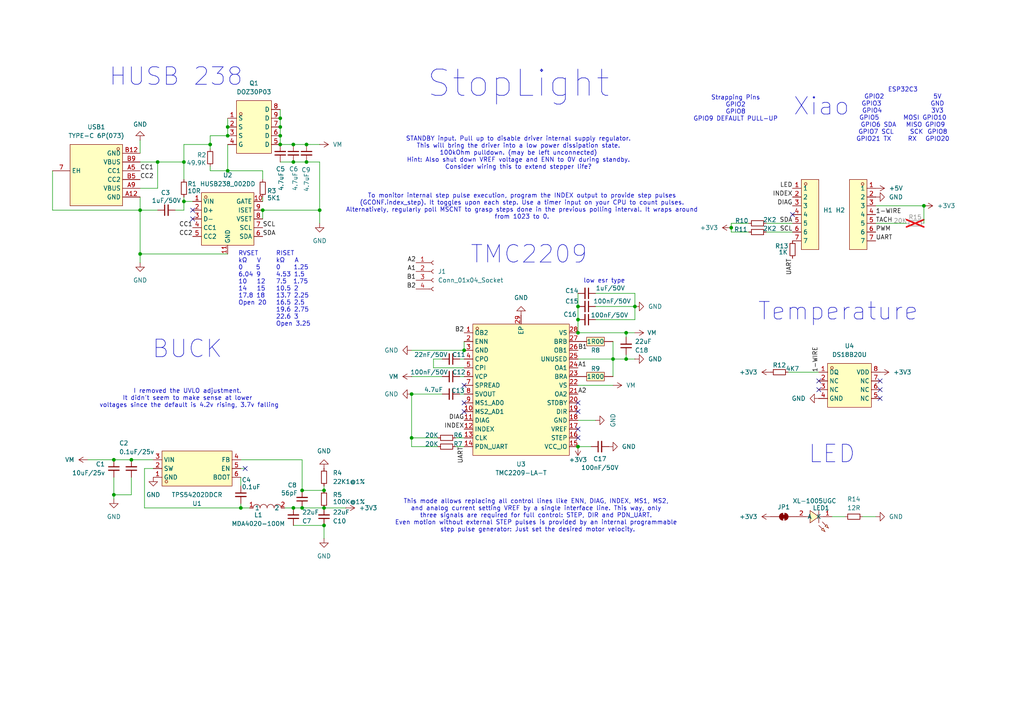
<source format=kicad_sch>
(kicad_sch (version 20231120) (generator "eeschema") (generator_version "8.0")
  (paper "A4")
  (title_block (title "StopLight") (date "2025-03-27") (rev "0.1") (company "Octule"))
  (lib_symbols
    (symbol "CSR0805FK1R00_1" (pin_numbers hide) (pin_names hide)
      (property "Reference" "R" (at 0 5.08 0))
      (property "Value" "CSR0805FK1R00" (at 0 -5.08 0))
      (symbol "CSR0805FK1R00_1_0_1"
        (rectangle (start -2.54 1.27) (end 2.54 -1.27) (fill (type background)))
        (pin unspecified line (at -5.08 0 0) (length 2.54) (name "1") (number "1"))
        (pin unspecified line (at 5.08 0 180) (length 2.54) (name "2") (number "2"))
      )
    )
    (symbol "Connector:Conn_01x04_Socket" (pin_names (offset 1.016) hide)
      (property "Reference" "J" (at 0 5.08 0))
      (property "Value" "Conn_01x04_Socket" (at 0 -7.62 0))
      (symbol "Conn_01x04_Socket_1_1"
        (arc (start 0 -4.572) (mid -0.5058 -5.08) (end 0 -5.588) (stroke (width 0.1524)))
        (arc (start 0 -2.032) (mid -0.5058 -2.54) (end 0 -3.048) (stroke (width 0.1524)))
        (polyline (pts (xy -1.27 -5.08) (xy -0.508 -5.08)) (stroke (width 0.1524)))
        (polyline (pts (xy -1.27 -2.54) (xy -0.508 -2.54)) (stroke (width 0.1524)))
        (polyline (pts (xy -1.27 0) (xy -0.508 0)) (stroke (width 0.1524)))
        (polyline (pts (xy -1.27 2.54) (xy -0.508 2.54)) (stroke (width 0.1524)))
        (arc (start 0 0.508) (mid -0.5058 0) (end 0 -0.508) (stroke (width 0.1524)))
        (arc (start 0 3.048) (mid -0.5058 2.54) (end 0 2.032) (stroke (width 0.1524)))
        (pin passive line (at -5.08 2.54 0) (length 3.81) (name "Pin_1") (number "1"))
        (pin passive line (at -5.08 0 0) (length 3.81) (name "Pin_2") (number "2"))
        (pin passive line (at -5.08 -2.54 0) (length 3.81) (name "Pin_3") (number "3"))
        (pin passive line (at -5.08 -5.08 0) (length 3.81) (name "Pin_4") (number "4"))
      )
    )
    (symbol "Device:C_Small" (pin_numbers hide) (pin_names (offset 0.254) hide)
      (property "Reference" "C" (at 0.254 1.778 0))
      (property "Value" "C_Small" (at 0.254 -2.032 0))
      (symbol "C_Small_0_1"
        (polyline (pts (xy -1.524 -0.508) (xy 1.524 -0.508)) (stroke (width 0.3302)))
        (polyline (pts (xy -1.524 0.508) (xy 1.524 0.508)) (stroke (width 0.3048)))
      )
      (symbol "C_Small_1_1"
        (pin passive line (at 0 2.54 270) (length 2.032) (name "~") (number "1"))
        (pin passive line (at 0 -2.54 90) (length 2.032) (name "~") (number "2"))
      )
    )
    (symbol "Device:R_Small" (pin_numbers hide) (pin_names (offset 0.254) hide)
      (property "Reference" "R" (at 0.762 0.508 0))
      (property "Value" "R_Small" (at 0.762 -1.016 0))
      (symbol "R_Small_0_1"
        (rectangle (start -0.762 1.778) (end 0.762 -1.778) (stroke (width 0.2032)))
      )
      (symbol "R_Small_1_1"
        (pin passive line (at 0 2.54 270) (length 0.762) (name "~") (number "1"))
        (pin passive line (at 0 -2.54 90) (length 0.762) (name "~") (number "2"))
      )
    )
    (symbol "Jumper:SolderJumper_2_Bridged" (pin_numbers hide) (pin_names (offset 0) hide) (exclude_from_sim yes) (in_bom no)
      (property "Reference" "JP" (at 0 2.032 0))
      (property "Value" "SolderJumper_2_Bridged" (at 0 -2.54 0))
      (symbol "SolderJumper_2_Bridged_0_1"
        (rectangle (start -0.508 0.508) (end 0.508 -0.508) (fill (type outline)))
        (arc (start -0.254 1.016) (mid -1.2656 0) (end -0.254 -1.016))
        (arc (start -0.254 1.016) (mid -1.2656 0) (end -0.254 -1.016) (fill (type outline)))
        (polyline (pts (xy -0.254 1.016) (xy -0.254 -1.016)))
        (polyline (pts (xy 0.254 1.016) (xy 0.254 -1.016)))
        (arc (start 0.254 -1.016) (mid 1.2656 0) (end 0.254 1.016))
        (arc (start 0.254 -1.016) (mid 1.2656 0) (end 0.254 1.016) (fill (type outline)))
      )
      (symbol "SolderJumper_2_Bridged_1_1"
        (pin passive line (at -3.81 0 0) (length 2.54) (name "A") (number "1"))
        (pin passive line (at 3.81 0 180) (length 2.54) (name "B") (number "2"))
      )
    )
    (symbol "power:+3V3" (power) (pin_numbers hide) (pin_names (offset 0) hide)
      (property "Value" "+3V3" (at 0 3.556 0))
      (symbol "+3V3_0_1"
        (polyline (pts (xy -0.762 1.27) (xy 0 2.54)))
        (polyline (pts (xy 0 0) (xy 0 2.54)))
        (polyline (pts (xy 0 2.54) (xy 0.762 1.27)))
      )
      (symbol "+3V3_1_1"
        (pin power_in line (at 0 0 90) (length 0) (name "~") (number "1"))
      )
    )
    (symbol "power:+5V" (power) (pin_numbers hide) (pin_names (offset 0) hide)
      (property "Value" "+5V" (at 0 3.556 0))
      (symbol "+5V_0_1"
        (polyline (pts (xy -0.762 1.27) (xy 0 2.54)))
        (polyline (pts (xy 0 0) (xy 0 2.54)))
        (polyline (pts (xy 0 2.54) (xy 0.762 1.27)))
      )
      (symbol "+5V_1_1"
        (pin power_in line (at 0 0 90) (length 0) (name "~") (number "1"))
      )
    )
    (symbol "power:GND" (power) (pin_numbers hide) (pin_names (offset 0) hide)
      (property "Value" "GND" (at 0 -3.81 0))
      (symbol "GND_0_1"
        (polyline (pts (xy 0 0) (xy 0 -1.27) (xy 1.27 -1.27) (xy 0 -2.54) (xy -1.27 -1.27) (xy 0 -1.27)))
      )
      (symbol "GND_1_1"
        (pin power_in line (at 0 0 270) (length 0) (name "~") (number "1"))
      )
    )
    (symbol "power:VMEM" (power) (pin_numbers hide) (pin_names (offset 0) hide)
      (property "Value" "VMEM" (at 0 3.556 0))
      (symbol "VMEM_0_1"
        (polyline (pts (xy -0.762 1.27) (xy 0 2.54)))
        (polyline (pts (xy 0 0) (xy 0 2.54)))
        (polyline (pts (xy 0 2.54) (xy 0.762 1.27)))
      )
      (symbol "VMEM_1_1"
        (pin power_in line (at 0 0 90) (length 0) (name "~") (number "1"))
      )
    )
    (symbol "stoplight:CSR0805FK1R00" (pin_numbers hide) (pin_names hide)
      (property "Reference" "R" (at 0 5.08 0))
      (property "Value" "CSR0805FK1R00" (at 0 -5.08 0))
      (symbol "CSR0805FK1R00_0_1"
        (rectangle (start -2.54 1.27) (end 2.54 -1.27) (fill (type background)))
        (pin unspecified line (at -5.08 0 0) (length 2.54) (name "1") (number "1"))
        (pin unspecified line (at 5.08 0 180) (length 2.54) (name "2") (number "2"))
      )
    )
    (symbol "stoplight:DOZ30P03"
      (property "Reference" "Q" (at 0 11.43 0))
      (property "Value" "DOZ30P03" (at 0 -8.89 0))
      (symbol "DOZ30P03_0_1"
        (rectangle (start -5.08 8.89) (end 5.08 -6.35) (fill (type background)))
        (circle (center -3.81 5.08) (radius 0.38))
        (pin unspecified line (at -7.62 3.81 0) (length 2.54) (name "S") (number "1"))
        (pin unspecified line (at -7.62 1.27 0) (length 2.54) (name "S") (number "2"))
        (pin unspecified line (at -7.62 -1.27 0) (length 2.54) (name "S") (number "3"))
        (pin unspecified line (at -7.62 -3.81 0) (length 2.54) (name "G") (number "4"))
        (pin unspecified line (at 7.62 -3.81 180) (length 2.54) (name "D") (number "5"))
        (pin unspecified line (at 7.62 -1.27 180) (length 2.54) (name "D") (number "6"))
        (pin unspecified line (at 7.62 1.27 180) (length 2.54) (name "D") (number "7"))
        (pin unspecified line (at 7.62 6.35 180) (length 2.54) (name "D") (number "8"))
        (pin unspecified line (at 7.62 3.81 180) (length 2.54) (name "D") (number "9"))
      )
    )
    (symbol "stoplight:DS18B20U"
      (property "Reference" "U" (at 0 8.89 0))
      (property "Value" "DS18B20U" (at 0 -8.89 0))
      (symbol "DS18B20U_0_1"
        (rectangle (start -6.35 6.35) (end 6.35 -6.35) (fill (type background)))
        (circle (center -5.08 5.08) (radius 0.38))
        (pin unspecified line (at -8.89 3.81 0) (length 2.54) (name "DQ") (number "1"))
        (pin unspecified line (at -8.89 1.27 0) (length 2.54) (name "NC") (number "2"))
        (pin unspecified line (at -8.89 -1.27 0) (length 2.54) (name "NC") (number "3"))
        (pin unspecified line (at -8.89 -3.81 0) (length 2.54) (name "GND") (number "4"))
        (pin unspecified line (at 8.89 -3.81 180) (length 2.54) (name "NC") (number "5"))
        (pin unspecified line (at 8.89 -1.27 180) (length 2.54) (name "NC") (number "6"))
        (pin unspecified line (at 8.89 1.27 180) (length 2.54) (name "NC") (number "7"))
        (pin unspecified line (at 8.89 3.81 180) (length 2.54) (name "VDD") (number "8"))
      )
    )
    (symbol "stoplight:HUSB238_002DD"
      (property "Reference" "U" (at 0 10.16 0))
      (property "Value" "HUSB238_002DD" (at 0 -15.24 0))
      (symbol "HUSB238_002DD_0_1"
        (rectangle (start -7.62 7.62) (end 7.62 -7.62) (fill (type background)))
        (circle (center -6.35 6.35) (radius 0.38))
        (pin unspecified line (at -10.16 5.08 0) (length 2.54) (name "VIN") (number "1"))
        (pin unspecified line (at 10.16 5.08 180) (length 2.54) (name "GATE") (number "10"))
        (pin unspecified line (at 0 -10.16 90) (length 2.54) (name "GND") (number "11"))
        (pin unspecified line (at -10.16 2.54 0) (length 2.54) (name "D+") (number "2"))
        (pin unspecified line (at -10.16 0 0) (length 2.54) (name "D-") (number "3"))
        (pin unspecified line (at -10.16 -2.54 0) (length 2.54) (name "CC1") (number "4"))
        (pin unspecified line (at -10.16 -5.08 0) (length 2.54) (name "CC2") (number "5"))
        (pin unspecified line (at 10.16 -5.08 180) (length 2.54) (name "SDA") (number "6"))
        (pin unspecified line (at 10.16 -2.54 180) (length 2.54) (name "SCL") (number "7"))
        (pin unspecified line (at 10.16 0 180) (length 2.54) (name "VSET") (number "8"))
        (pin unspecified line (at 10.16 2.54 180) (length 2.54) (name "ISET") (number "9"))
      )
    )
    (symbol "stoplight:MDA4020-100M"
      (property "Reference" "L" (at 0 5.08 0))
      (property "Value" "MDA4020-100M" (at 0 -5.08 0))
      (symbol "MDA4020-100M_0_1"
        (arc (start -2.03 0.01) (mid -3.055 1.013) (end -4.06 -0.01))
        (arc (start 0 0.01) (mid -1.025 1.013) (end -2.03 -0.01))
        (arc (start 2.03 0.01) (mid 1.005 1.013) (end 0 -0.01))
        (arc (start 4.06 0.01) (mid 3.035 1.013) (end 2.03 -0.01))
        (pin unspecified line (at -5.08 0 0) (length 1.016) (name "1") (number "1"))
        (pin unspecified line (at 5.08 0 180) (length 1.016) (name "2") (number "2"))
      )
    )
    (symbol "stoplight:MF254V-11-07-0743"
      (property "Reference" "H" (at 0 12.7 0))
      (property "Value" "MF254V-11-07-0743" (at 0 -12.7 0))
      (symbol "MF254V-11-07-0743_0_1"
        (rectangle (start 0 10.16) (end 5.08 -10.16) (fill (type background)))
        (circle (center 1.27 8.89) (radius 0.38))
        (pin unspecified line (at -2.54 7.62 0) (length 2.54) (name "1") (number "1"))
        (pin unspecified line (at -2.54 5.08 0) (length 2.54) (name "2") (number "2"))
        (pin unspecified line (at -2.54 2.54 0) (length 2.54) (name "3") (number "3"))
        (pin unspecified line (at -2.54 0 0) (length 2.54) (name "4") (number "4"))
        (pin unspecified line (at -2.54 -2.54 0) (length 2.54) (name "5") (number "5"))
        (pin unspecified line (at -2.54 -5.08 0) (length 2.54) (name "6") (number "6"))
        (pin unspecified line (at -2.54 -7.62 0) (length 2.54) (name "7") (number "7"))
      )
    )
    (symbol "stoplight:TMC2209-LA-T"
      (property "Reference" "U" (at 0 26.67 0))
      (property "Value" "TMC2209-LA-T" (at 0 -21.59 0))
      (symbol "TMC2209-LA-T_0_1"
        (rectangle (start -13.97 19.05) (end 13.97 -19.05) (fill (type background)))
        (circle (center -12.7 17.78) (radius 0.38))
        (pin unspecified line (at -16.51 16.51 0) (length 2.54) (name "OB2") (number "1"))
        (pin unspecified line (at -16.51 -6.35 0) (length 2.54) (name "MS2_AD1") (number "10"))
        (pin unspecified line (at -16.51 -8.89 0) (length 2.54) (name "DIAG") (number "11"))
        (pin unspecified line (at -16.51 -11.43 0) (length 2.54) (name "INDEX") (number "12"))
        (pin unspecified line (at -16.51 -13.97 0) (length 2.54) (name "CLK") (number "13"))
        (pin unspecified line (at -16.51 -16.51 0) (length 2.54) (name "PDN_UART") (number "14"))
        (pin unspecified line (at 16.51 -16.51 180) (length 2.54) (name "VCC_IO") (number "15"))
        (pin unspecified line (at 16.51 -13.97 180) (length 2.54) (name "STEP") (number "16"))
        (pin unspecified line (at 16.51 -11.43 180) (length 2.54) (name "VREF") (number "17"))
        (pin unspecified line (at 16.51 -8.89 180) (length 2.54) (name "GND") (number "18"))
        (pin unspecified line (at 16.51 -6.35 180) (length 2.54) (name "DIR") (number "19"))
        (pin unspecified line (at -16.51 13.97 0) (length 2.54) (name "ENN") (number "2"))
        (pin unspecified line (at 16.51 -3.81 180) (length 2.54) (name "STDBY") (number "20"))
        (pin unspecified line (at 16.51 -1.27 180) (length 2.54) (name "OA2") (number "21"))
        (pin unspecified line (at 16.51 1.27 180) (length 2.54) (name "VS") (number "22"))
        (pin unspecified line (at 16.51 3.81 180) (length 2.54) (name "BRA") (number "23"))
        (pin unspecified line (at 16.51 6.35 180) (length 2.54) (name "OA1") (number "24"))
        (pin unspecified line (at 16.51 8.89 180) (length 2.54) (name "UNUSED") (number "25"))
        (pin unspecified line (at 16.51 11.43 180) (length 2.54) (name "OB1") (number "26"))
        (pin unspecified line (at 16.51 13.97 180) (length 2.54) (name "BRB") (number "27"))
        (pin unspecified line (at 16.51 16.51 180) (length 2.54) (name "VS") (number "28"))
        (pin unspecified line (at 0 21.59 270) (length 2.54) (name "EP") (number "29"))
        (pin unspecified line (at -16.51 11.43 0) (length 2.54) (name "GND") (number "3"))
        (pin unspecified line (at -16.51 8.89 0) (length 2.54) (name "CPO") (number "4"))
        (pin unspecified line (at -16.51 6.35 0) (length 2.54) (name "CPI") (number "5"))
        (pin unspecified line (at -16.51 3.81 0) (length 2.54) (name "VCP") (number "6"))
        (pin unspecified line (at -16.51 1.27 0) (length 2.54) (name "SPREAD") (number "7"))
        (pin unspecified line (at -16.51 -1.27 0) (length 2.54) (name "5VOUT") (number "8"))
        (pin unspecified line (at -16.51 -3.81 0) (length 2.54) (name "MS1_AD0") (number "9"))
      )
    )
    (symbol "stoplight:TPS54202DDCR"
      (property "Reference" "U" (at 0 7.62 0))
      (property "Value" "TPS54202DDCR" (at 0 -7.62 0))
      (symbol "TPS54202DDCR_0_1"
        (rectangle (start -10.16 5.08) (end 10.16 -5.08) (fill (type background)))
        (circle (center -8.89 3.81) (radius 0.38))
        (pin unspecified line (at -12.7 2.54 0) (length 2.54) (name "GND") (number "1"))
        (pin unspecified line (at -12.7 0 0) (length 2.54) (name "SW") (number "2"))
        (pin unspecified line (at -12.7 -2.54 0) (length 2.54) (name "VIN") (number "3"))
        (pin unspecified line (at 12.7 -2.54 180) (length 2.54) (name "FB") (number "4"))
        (pin unspecified line (at 12.7 0 180) (length 2.54) (name "EN") (number "5"))
        (pin unspecified line (at 12.7 2.54 180) (length 2.54) (name "BOOT") (number "6"))
      )
    )
    (symbol "stoplight:TYPE-C6P(073)"
      (property "Reference" "USB" (at 0 10.16 0))
      (property "Value" "TYPE-C 6P(073)" (at 0 -12.7 0))
      (symbol "TYPE-C6P(073)_0_1"
        (rectangle (start -7.62 7.62) (end 7.62 -10.16) (fill (type background)))
        (circle (center -6.35 6.35) (radius 0.38))
        (pin unspecified line (at 12.7 0 180) (length 5.08) (name "EH") (number "7"))
        (pin unspecified line (at -12.7 -7.62 0) (length 5.08) (name "GND") (number "A12"))
        (pin unspecified line (at -12.7 0 0) (length 5.08) (name "CC1") (number "A5"))
        (pin unspecified line (at -12.7 -5.08 0) (length 5.08) (name "VBUS") (number "A9"))
        (pin unspecified line (at -12.7 5.08 0) (length 5.08) (name "GND") (number "B12"))
        (pin unspecified line (at -12.7 -2.54 0) (length 5.08) (name "CC2") (number "B5"))
        (pin unspecified line (at -12.7 2.54 0) (length 5.08) (name "VBUS") (number "B9"))
      )
    )
    (symbol "stoplight:XL-1005UGC"
      (property "Reference" "LED" (at 0 5.08 0))
      (property "Value" "XL-1005UGC" (at 0 -5.08 0))
      (symbol "XL-1005UGC_0_1"
        (polyline (pts (xy -1.27 0) (xy -2.54 0)))
        (polyline (pts (xy -1.27 1.78) (xy -1.27 -1.78)))
        (polyline (pts (xy 2.54 0) (xy 1.27 0)))
        (polyline (pts (xy -2.29 1.52) (xy -3.3 2.54) (xy -2.29 1.52)) (fill (type background)))
        (polyline (pts (xy -1.27 2.54) (xy -2.29 3.56) (xy -1.27 2.54)) (fill (type background)))
        (polyline (pts (xy -4.06 3.3) (xy -3.05 2.79) (xy -3.56 2.29) (xy -4.06 3.3)) (fill (type background)))
        (polyline (pts (xy -3.05 4.32) (xy -2.03 3.81) (xy -2.54 3.3) (xy -3.05 4.32)) (fill (type background)))
        (polyline (pts (xy 1.27 1.78) (xy -1.27 0) (xy 1.27 -1.78) (xy 1.27 1.78)) (fill (type background)))
        (pin unspecified line (at -5.08 0 0) (length 2.54) (name "K") (number "1"))
        (pin unspecified line (at 5.08 0 180) (length 2.54) (name "A") (number "2"))
      )
    )
  )
  (junction (at 33.02 143.51))
  (junction (at 212.09 66.04))
  (junction (at 53.34 58.42))
  (junction (at 85.09 46.99))
  (junction (at 81.28 41.91))
  (junction (at 119.38 127))
  (junction (at 66.04 49.53))
  (junction (at 167.64 88.9))
  (junction (at 40.64 73.66))
  (junction (at 87.63 142.24))
  (junction (at 81.28 39.37))
  (junction (at 66.04 36.83))
  (junction (at 38.1 133.35))
  (junction (at 81.28 34.29))
  (junction (at 177.8 104.14))
  (junction (at 267.97 59.69))
  (junction (at 134.62 101.6))
  (junction (at 45.72 46.99))
  (junction (at 60.96 41.91))
  (junction (at 85.09 41.91))
  (junction (at 167.64 129.54))
  (junction (at 167.64 96.52))
  (junction (at 181.61 104.14))
  (junction (at 93.98 147.32))
  (junction (at 93.98 142.24))
  (junction (at 88.9 41.91))
  (junction (at 92.71 60.96))
  (junction (at 40.64 60.96))
  (junction (at 167.64 92.71))
  (junction (at 81.28 36.83))
  (junction (at 87.63 147.32))
  (junction (at 66.04 39.37))
  (junction (at 93.98 152.4))
  (junction (at 33.02 133.35))
  (junction (at 69.85 147.32))
  (junction (at 85.09 147.32))
  (junction (at 119.38 114.3))
  (junction (at 184.15 88.9))
  (junction (at 53.34 46.99))
  (junction (at 181.61 96.52))
  (junction (at 76.2 60.96))
  (junction (at 88.9 46.99))
  (no_connect (at 134.62 116.84))
  (no_connect (at 55.88 63.5))
  (no_connect (at 229.87 62.23))
  (no_connect (at 237.49 110.49))
  (no_connect (at 255.27 113.03))
  (no_connect (at 167.64 124.46))
  (no_connect (at 237.49 113.03))
  (no_connect (at 255.27 110.49))
  (no_connect (at 134.62 111.76))
  (no_connect (at 167.64 127))
  (no_connect (at 55.88 60.96))
  (no_connect (at 255.27 115.57))
  (no_connect (at 71.12 135.89))
  (no_connect (at 134.62 119.38))
  (no_connect (at 167.64 119.38))
  (no_connect (at 167.64 116.84))
  (wire (pts (xy 60.96 43.18) (xy 60.96 41.91)))
  (wire (pts (xy 184.15 85.09) (xy 184.15 88.9)))
  (wire (pts (xy 92.71 60.96) (xy 92.71 64.77)))
  (wire (pts (xy 53.34 58.42) (xy 53.34 60.96)))
  (wire (pts (xy 119.38 114.3) (xy 119.38 127)))
  (wire (pts (xy 171.45 129.54) (xy 167.64 129.54)))
  (wire (pts (xy 132.08 129.54) (xy 134.62 129.54)))
  (wire (pts (xy 177.8 111.76) (xy 167.64 111.76)))
  (wire (pts (xy 254 149.86) (xy 250.19 149.86)))
  (wire (pts (xy 40.64 76.2) (xy 40.64 73.66)))
  (wire (pts (xy 69.85 146.05) (xy 69.85 147.32)))
  (wire (pts (xy 69.85 147.32) (xy 72.39 147.32)))
  (wire (pts (xy 53.34 57.15) (xy 53.34 58.42)))
  (wire (pts (xy 212.09 67.31) (xy 217.17 67.31)))
  (wire (pts (xy 81.28 34.29) (xy 81.28 36.83)))
  (wire (pts (xy 71.12 135.89) (xy 69.85 135.89)))
  (wire (pts (xy 66.04 49.53) (xy 60.96 49.53)))
  (wire (pts (xy 69.85 133.35) (xy 87.63 133.35)))
  (wire (pts (xy 181.61 96.52) (xy 184.15 96.52)))
  (wire (pts (xy 222.25 67.31) (xy 229.87 67.31)))
  (wire (pts (xy 134.62 99.06) (xy 134.62 101.6)))
  (wire (pts (xy 133.35 109.22) (xy 134.62 109.22)))
  (wire (pts (xy 76.2 49.53) (xy 66.04 49.53)))
  (wire (pts (xy 87.63 133.35) (xy 87.63 142.24)))
  (wire (pts (xy 167.64 92.71) (xy 167.64 96.52)))
  (wire (pts (xy 40.64 40.64) (xy 40.64 44.45)))
  (wire (pts (xy 76.2 57.15) (xy 76.2 58.42)))
  (wire (pts (xy 177.8 104.14) (xy 177.8 109.22)))
  (wire (pts (xy 53.34 46.99) (xy 53.34 52.07)))
  (wire (pts (xy 81.28 39.37) (xy 81.28 41.91)))
  (wire (pts (xy 44.45 135.89) (xy 41.91 135.89)))
  (wire (pts (xy 241.3 149.86) (xy 245.11 149.86)))
  (wire (pts (xy 60.96 49.53) (xy 60.96 48.26)))
  (wire (pts (xy 167.64 96.52) (xy 181.61 96.52)))
  (wire (pts (xy 41.91 147.32) (xy 69.85 147.32)))
  (wire (pts (xy 125.73 106.68) (xy 134.62 106.68)))
  (wire (pts (xy 167.64 121.92) (xy 172.72 121.92)))
  (wire (pts (xy 119.38 129.54) (xy 127 129.54)))
  (wire (pts (xy 93.98 152.4) (xy 93.98 156.21)))
  (wire (pts (xy 76.2 49.53) (xy 76.2 52.07)))
  (wire (pts (xy 133.35 104.14) (xy 134.62 104.14)))
  (wire (pts (xy 66.04 41.91) (xy 66.04 49.53)))
  (wire (pts (xy 66.04 34.29) (xy 66.04 36.83)))
  (wire (pts (xy 85.09 41.91) (xy 88.9 41.91)))
  (wire (pts (xy 181.61 104.14) (xy 184.15 104.14)))
  (wire (pts (xy 92.71 46.99) (xy 92.71 60.96)))
  (wire (pts (xy 66.04 36.83) (xy 66.04 39.37)))
  (wire (pts (xy 76.2 60.96) (xy 76.2 63.5)))
  (wire (pts (xy 267.97 59.69) (xy 267.97 64.77)))
  (wire (pts (xy 172.72 85.09) (xy 184.15 85.09)))
  (wire (pts (xy 40.64 46.99) (xy 45.72 46.99)))
  (wire (pts (xy 60.96 41.91) (xy 60.96 39.37)))
  (wire (pts (xy 45.72 54.61) (xy 45.72 46.99)))
  (wire (pts (xy 177.8 99.06) (xy 177.8 104.14)))
  (wire (pts (xy 222.25 64.77) (xy 229.87 64.77)))
  (wire (pts (xy 38.1 133.35) (xy 44.45 133.35)))
  (wire (pts (xy 38.1 138.43) (xy 38.1 143.51)))
  (wire (pts (xy 125.73 104.14) (xy 125.73 106.68)))
  (wire (pts (xy 119.38 127) (xy 119.38 129.54)))
  (wire (pts (xy 53.34 41.91) (xy 60.96 41.91)))
  (wire (pts (xy 92.71 46.99) (xy 88.9 46.99)))
  (wire (pts (xy 93.98 140.97) (xy 93.98 142.24)))
  (wire (pts (xy 33.02 143.51) (xy 38.1 143.51)))
  (wire (pts (xy 53.34 60.96) (xy 50.8 60.96)))
  (wire (pts (xy 45.72 46.99) (xy 53.34 46.99)))
  (wire (pts (xy 177.8 104.14) (xy 167.64 104.14)))
  (wire (pts (xy 119.38 109.22) (xy 128.27 109.22)))
  (wire (pts (xy 85.09 46.99) (xy 88.9 46.99)))
  (wire (pts (xy 128.27 104.14) (xy 125.73 104.14)))
  (wire (pts (xy 33.02 133.35) (xy 38.1 133.35)))
  (wire (pts (xy 93.98 147.32) (xy 100.33 147.32)))
  (wire (pts (xy 82.55 147.32) (xy 85.09 147.32)))
  (wire (pts (xy 172.72 92.71) (xy 184.15 92.71)))
  (wire (pts (xy 212.09 64.77) (xy 212.09 66.04)))
  (wire (pts (xy 119.38 101.6) (xy 134.62 101.6)))
  (wire (pts (xy 167.64 88.9) (xy 167.64 92.71)))
  (wire (pts (xy 15.24 49.53) (xy 15.24 60.96)))
  (wire (pts (xy 267.97 59.69) (xy 254 59.69)))
  (wire (pts (xy 81.28 31.75) (xy 81.28 34.29)))
  (wire (pts (xy 76.2 60.96) (xy 92.71 60.96)))
  (wire (pts (xy 25.4 133.35) (xy 33.02 133.35)))
  (wire (pts (xy 217.17 64.77) (xy 212.09 64.77)))
  (wire (pts (xy 181.61 96.52) (xy 181.61 97.79)))
  (wire (pts (xy 92.71 41.91) (xy 88.9 41.91)))
  (wire (pts (xy 167.64 85.09) (xy 167.64 88.9)))
  (wire (pts (xy 81.28 36.83) (xy 81.28 39.37)))
  (wire (pts (xy 40.64 54.61) (xy 45.72 54.61)))
  (wire (pts (xy 40.64 73.66) (xy 40.64 60.96)))
  (wire (pts (xy 33.02 143.51) (xy 33.02 144.78)))
  (wire (pts (xy 181.61 102.87) (xy 181.61 104.14)))
  (wire (pts (xy 212.09 66.04) (xy 212.09 67.31)))
  (wire (pts (xy 177.8 104.14) (xy 181.61 104.14)))
  (wire (pts (xy 85.09 152.4) (xy 93.98 152.4)))
  (wire (pts (xy 40.64 73.66) (xy 66.04 73.66)))
  (wire (pts (xy 15.24 60.96) (xy 40.64 60.96)))
  (wire (pts (xy 40.64 57.15) (xy 40.64 60.96)))
  (wire (pts (xy 40.64 60.96) (xy 45.72 60.96)))
  (wire (pts (xy 228.6 107.95) (xy 237.49 107.95)))
  (wire (pts (xy 119.38 114.3) (xy 128.27 114.3)))
  (wire (pts (xy 53.34 46.99) (xy 53.34 41.91)))
  (wire (pts (xy 132.08 127) (xy 134.62 127)))
  (wire (pts (xy 87.63 142.24) (xy 93.98 142.24)))
  (wire (pts (xy 262.89 64.77) (xy 254 64.77)))
  (wire (pts (xy 41.91 135.89) (xy 41.91 147.32)))
  (wire (pts (xy 133.35 114.3) (xy 134.62 114.3)))
  (wire (pts (xy 81.28 46.99) (xy 85.09 46.99)))
  (wire (pts (xy 60.96 39.37) (xy 66.04 39.37)))
  (wire (pts (xy 53.34 58.42) (xy 55.88 58.42)))
  (wire (pts (xy 81.28 41.91) (xy 85.09 41.91)))
  (wire (pts (xy 87.63 147.32) (xy 93.98 147.32)))
  (wire (pts (xy 85.09 147.32) (xy 87.63 147.32)))
  (wire (pts (xy 184.15 88.9) (xy 172.72 88.9)))
  (wire (pts (xy 33.02 138.43) (xy 33.02 143.51)))
  (wire (pts (xy 69.85 140.97) (xy 69.85 138.43)))
  (wire (pts (xy 184.15 92.71) (xy 184.15 88.9)))
  (wire (pts (xy 119.38 127) (xy 127 127)))
  (text "Strapping Pins\nGPIO2\nGPIO8\nGPIO9 DEFAULT PULL-UP" (at 213.36 31.496 0) (effects (font (size 1.27 1.27))))
  (text "Xiao" (at 238.252 30.988 0) (effects (font (size 5.08 5.08))))
  (text "TMC2209" (at 153.416 73.914 0) (effects (font (size 5.08 5.08))))
  (text "I removed the UVLO adjustment. \nIt didn't seem to make sense at lower \nvoltages since the default is 4.2v rising, 3.7v falling\n" (at 54.864 115.57 0) (effects (font (size 1.27 1.27))))
  (text "STANDBY input. Pull up to disable driver internal supply regulator.\nThis will bring the driver into a low power dissipation state.\n100kOhm pulldown. (may be left unconnected)\nHint: Also shut down VREF voltage and ENN to 0V during standby.\nConsider wiring this to extend stepper life?" (at 150.368 44.45 0) (effects (font (size 1.27 1.27))))
  (text "low esr type" (at 175.26 81.534 0) (effects (font (size 1.27 1.27))))
  (text "To monitor internal step pulse execution, program the INDEX output to provide step pulses\n(GCONF.index_step). It toggles upon each step. Use a timer input on your CPU to count pulses.\nAlternatively, regularly poll MSCNT to grasp steps done in the previous polling interval. It wraps around\nfrom 1023 to 0." (at 151.384 59.944 0) (effects (font (size 1.27 1.27))))
  (text "RVSET  \nkΩ   V\n0    5\n6.04 9\n10   12\n14   15\n17.8 18\nOpen 20" (at 69.088 80.772 0) (effects (font (size 1.27 1.27)) (justify left)))
  (text "StopLight" (at 150.368 24.384 0) (effects (font (size 7.62 7.62))))
  (text "LED" (at 241.3 131.826 0) (effects (font (size 5.08 5.08))))
  (text "Fan" (at 366.776 96.774 0) (effects (font (size 5.08 5.08))))
  (text "RISET\nkΩ   A\n0    1.25\n4.53 1.5\n7.5  1.75\n10.5 2\n13.7 2.25\n16.5 2.5\n19.6 2.75\n22.6 3\nOpen 3.25" (at 80.01 83.82 0) (effects (font (size 1.27 1.27)) (justify left)))
  (text "This mode allows replacing all control lines like ENN, DIAG, INDEX, MS1, MS2, \nand analog current setting VREF by a single interface line. This way, only \nthree signals are required for full control: STEP, DIR and PDN_UART. \nEven motion without external STEP pulses is provided by an internal programmable \nstep pulse generator: Just set the desired motor velocity." (at 155.956 149.606 0) (effects (font (size 1.27 1.27))))
  (text "Temperature" (at 243.078 90.424 0) (effects (font (size 5.08 5.08))))
  (text "HUSB 238" (at 51.054 22.352 0) (effects (font (size 5.08 5.08))))
  (text "BUCK" (at 54.356 101.346 0) (effects (font (size 5.08 5.08))))
  (text "ESP32C3\nGPIO2			5V\nGPIO3			GND\nGPIO4			3V3\nGPIO5	   MOSI GPIO10\nGPIO6 SDA   MISO GPIO9\nGPIO7 SCL	SCK	GPIO8\nGPIO21 TX	RX	GPIO20" (at 261.874 33.274 0) (effects (font (size 1.27 1.27))))
  (label "SDA" (at 229.87 64.77 180))
  (label "CC1" (at 40.64 49.53 0))
  (label "TACH" (at 254 64.77 0))
  (label "TACH" (at 360.68 114.3 180))
  (label "SCL" (at 76.2 66.04 0))
  (label "1-WIRE" (at 254 62.23 0))
  (label "SDA" (at 76.2 68.58 0))
  (label "CC2" (at 55.88 68.58 180))
  (label "CC1" (at 55.88 66.04 180))
  (label "CC2" (at 40.64 52.07 0))
  (label "DIAG" (at 229.87 59.69 180))
  (label "LED" (at 229.87 54.61 180))
  (label "PWM" (at 360.68 116.84 180))
  (label "UART" (at 254 69.85 0))
  (label "A2" (at 167.64 114.3 0))
  (label "SCL" (at 229.87 67.31 180))
  (label "A1" (at 120.65 78.74 180))
  (label "B2" (at 120.65 83.82 180))
  (label "UART" (at 229.87 74.93 270))
  (label "DIAG" (at 134.62 121.92 180))
  (label "A1" (at 167.64 106.68 0))
  (label "B1" (at 167.64 101.6 0))
  (label "INDEX" (at 229.87 57.15 180))
  (label "A2" (at 120.65 76.2 180))
  (label "B2" (at 134.62 96.52 180))
  (label "INDEX" (at 134.62 124.46 180))
  (label "UART" (at 134.62 129.54 270))
  (label "B1" (at 120.65 81.28 180))
  (label "PWM" (at 254 67.31 0))
  (label "1-WIRE" (at 237.49 107.95 90))
  (symbol (lib_id "power:GND") (at 119.38 114.3 270) (unit 1)
    (property "Reference" "#PWR013" (effects (hide yes)))
    (property "Value" "GND" (at 115.57 114.2999 90) (effects (justify right)))
    (property "Description" "Power symbol creates a global label with name \"GND\" , ground" (effects (hide yes)))
  )
  (symbol (lib_id "Device:C_Small") (at 69.85 143.51 0) (unit 1)
    (property "Reference" "C4" (at 70.104 139.192 0) (effects (justify left)))
    (property "Value" "0.1uF" (at 70.104 141.224 0) (effects (justify left)))
    (property "Footprint" "Capacitor_SMD:C_0402_1005Metric" (effects (hide yes)))
    (property "Description" "Unpolarized capacitor, small symbol" (effects (hide yes)))
    (property "LCSC" "C77020" (effects (hide yes)))
  )
  (symbol (lib_id "power:+3V3") (at 223.52 107.95 90) (unit 1)
    (property "Reference" "#PWR023" (effects (hide yes)))
    (property "Value" "+3V3" (at 219.71 107.9499 90) (effects (justify left)))
    (property "Description" "Power symbol creates a global label with name \"+3V3\"" (effects (hide yes)))
  )
  (symbol (lib_name "CSR0805FK1R00_1") (lib_id "stoplight:CSR0805FK1R00") (at 172.72 99.06 0) (unit 1)
    (property "Reference" "R8" (at 172.72 101.6 0))
    (property "Value" "1R00" (at 172.72 99.06 0))
    (property "Footprint" "stoplight:R0805" (effects (hide yes)))
    (property "Datasheet" "https://lcsc.com/product-detail/New-Arrivals_Stackpole-Elec-CSR0805FK1R00_C346776.html" (effects (hide yes)))
    (property "LCSC Part" "C346776" (effects (hide yes)))
  )
  (symbol (lib_id "power:GND") (at 92.71 64.77 0) (unit 1)
    (property "Reference" "#PWR07" (effects (hide yes)))
    (property "Value" "GND" (at 92.71 69.85 0))
    (property "Description" "Power symbol creates a global label with name \"GND\" , ground" (effects (hide yes)))
  )
  (symbol (lib_id "power:GND") (at 93.98 135.89 180) (unit 1)
    (property "Reference" "#PWR08" (effects (hide yes)))
    (property "Value" "GND" (at 93.98 130.81 0))
    (property "Description" "Power symbol creates a global label with name \"GND\" , ground" (effects (hide yes)))
  )
  (symbol (lib_id "power:VMEM") (at 25.4 133.35 90) (unit 1)
    (property "Reference" "#PWR01" (effects (hide yes)))
    (property "Value" "VM" (at 21.59 133.3499 90) (effects (justify left)))
    (property "Description" "Power symbol creates a global label with name \"VMEM\"" (effects (hide yes)))
  )
  (symbol (lib_id "Device:C_Small") (at 87.63 144.78 0) (mirror x) (unit 1)
    (property "Reference" "C8" (at 86.106 140.716 0) (effects (justify right)))
    (property "Value" "56pF" (at 86.36 143.002 0) (effects (justify right)))
    (property "Footprint" "Capacitor_SMD:C_0402_1005Metric" (effects (hide yes)))
    (property "Description" "Unpolarized capacitor, small symbol" (effects (hide yes)))
    (property "LCSC" "C107007" (effects (hide yes)))
  )
  (symbol (lib_id "Device:C_Small") (at 88.9 44.45 0) (unit 1)
    (property "Reference" "C9" (at 87.4045 49.276 0) (effects (justify left)))
    (property "Value" "4.7uF" (at 88.9285 55.626 90) (effects (justify left)))
    (property "Footprint" "Capacitor_SMD:C_0805_2012Metric" (effects (hide yes)))
    (property "Description" "Unpolarized capacitor, small symbol" (effects (hide yes)))
    (property "LCSC" "C2991173" (effects (hide yes)))
  )
  (symbol (lib_id "Device:C_Small") (at 33.02 135.89 0) (mirror y) (unit 1)
    (property "Reference" "C1" (at 30.48 134.6262 0) (effects (justify left)))
    (property "Value" "10uF/25v" (at 30.48 137.1662 0) (effects (justify left)))
    (property "Footprint" "Capacitor_SMD:C_1210_3225Metric" (effects (hide yes)))
    (property "Description" "Unpolarized capacitor, small symbol" (effects (hide yes)))
    (property "LCSC" "C2918502" (effects (hide yes)))
  )
  (symbol (lib_id "Connector:Conn_01x04_Socket") (at 125.73 78.74 0) (unit 1)
    (property "Reference" "J1" (at 127 78.7399 0) (effects (justify left)))
    (property "Value" "Conn_01x04_Socket" (at 127 81.2799 0) (effects (justify left)))
    (property "Footprint" "Connector_JST:JST_XH_B4B-XH-A_1x04_P2.50mm_Vertical" (effects (hide yes)))
    (property "Description" "Generic connector, single row, 01x04, script generated" (effects (hide yes)))
    (property "LCSC" "C23398778" (effects (hide yes)))
  )
  (symbol (lib_id "power:+3V3") (at 267.97 59.69 270) (unit 1)
    (property "Reference" "#PWR030" (effects (hide yes)))
    (property "Value" "+3V3" (at 271.78 59.6899 90) (effects (justify left)))
    (property "Description" "Power symbol creates a global label with name \"+3V3\"" (effects (hide yes)))
  )
  (symbol (lib_id "Device:C_Small") (at 81.28 44.45 180) (unit 1)
    (property "Reference" "C5" (at 80.01 49.022 0) (effects (justify right)))
    (property "Value" "4.7uF" (at 81.534 55.372 90) (effects (justify right)))
    (property "Footprint" "Capacitor_SMD:C_0805_2012Metric" (effects (hide yes)))
    (property "Description" "Unpolarized capacitor, small symbol" (effects (hide yes)))
    (property "LCSC" "C2991173" (effects (hide yes)))
  )
  (symbol (lib_id "power:GND") (at 237.49 115.57 270) (unit 1)
    (property "Reference" "#PWR025" (effects (hide yes)))
    (property "Value" "GND" (at 233.68 115.5699 90) (effects (justify right)))
    (property "Description" "Power symbol creates a global label with name \"GND\" , ground" (effects (hide yes)))
  )
  (symbol (lib_id "Device:C_Small") (at 130.81 104.14 270) (unit 1)
    (property "Reference" "C11" (at 133.096 102.87 90))
    (property "Value" "22nF/50V" (at 124.968 102.87 90))
    (property "Footprint" "Capacitor_SMD:C_0402_1005Metric" (effects (hide yes)))
    (property "Description" "Unpolarized capacitor, small symbol" (effects (hide yes)))
    (property "LCSC" "C77023" (effects (hide yes)))
  )
  (symbol (lib_id "Device:R_Small") (at 76.2 54.61 0) (unit 1)
    (property "Reference" "R3" (at 77.47 55.372 0) (effects (justify left)))
    (property "Value" "5K1" (at 77.47 57.404 0) (effects (justify left)))
    (property "Footprint" "Resistor_SMD:R_0603_1608Metric" (effects (hide yes)))
    (property "Description" "Resistor, small symbol" (effects (hide yes)))
    (property "LCSC" "C23186" (effects (hide yes)))
  )
  (symbol (lib_id "Device:C_Small") (at 130.81 114.3 270) (unit 1)
    (property "Reference" "C13" (at 132.842 113.284 90))
    (property "Value" "4.7uF" (at 125.73 113.03 90))
    (property "Footprint" "Capacitor_SMD:C_0603_1608Metric" (effects (hide yes)))
    (property "Description" "Unpolarized capacitor, small symbol" (effects (hide yes)))
    (property "LCSC" "C913474" (effects (hide yes)))
  )
  (symbol (lib_id "power:GND") (at 40.64 40.64 180) (unit 1)
    (property "Reference" "#PWR03" (effects (hide yes)))
    (property "Value" "GND" (at 40.64 36.0708 0))
    (property "Description" "Power symbol creates a global label with name \"GND\" , ground" (effects (hide yes)))
  )
  (symbol (lib_id "stoplight:TYPE-C6P(073)") (at 27.94 49.53 0) (mirror y) (unit 1)
    (property "Reference" "USB1" (at 27.94 36.83 0))
    (property "Value" "TYPE-C 6P(073)" (at 27.94 39.37 0))
    (property "Footprint" "stoplight:TYPE-C-SMD_TYPE-C-6P_5" (effects (hide yes)))
    (property "Datasheet" "https://lcsc.com/product-detail/USB-Connectors_SHOU-HAN-TYPE-C-6P-073_C668623.html" (effects (hide yes)))
    (property "LCSC Part" "C668623" (effects (hide yes)))
  )
  (symbol (lib_id "power:GND") (at 172.72 121.92 90) (mirror x) (unit 1)
    (property "Reference" "#PWR016" (effects (hide yes)))
    (property "Value" "GND" (at 177.8 121.92 0))
    (property "Description" "Power symbol creates a global label with name \"GND\" , ground" (effects (hide yes)))
  )
  (symbol (lib_id "Device:R_Small") (at 129.54 129.54 90) (unit 1)
    (property "Reference" "R7" (at 132.842 128.778 90))
    (property "Value" "20K" (at 125.222 128.778 90))
    (property "Footprint" "Resistor_SMD:R_0402_1005Metric" (effects (hide yes)))
    (property "Description" "Resistor, small symbol" (effects (hide yes)))
    (property "LCSC" "C93942" (effects (hide yes)))
  )
  (symbol (lib_id "power:GND") (at 176.53 129.54 90) (unit 1)
    (property "Reference" "#PWR017" (effects (hide yes)))
    (property "Value" "GND" (at 180.34 129.5399 90) (effects (justify right)))
    (property "Description" "Power symbol creates a global label with name \"GND\" , ground" (effects (hide yes)))
  )
  (symbol (lib_id "power:GND") (at 254 57.15 90) (unit 1)
    (property "Reference" "#PWR027" (effects (hide yes)))
    (property "Value" "GND" (at 257.81 57.1499 90) (effects (justify right)))
    (property "Description" "Power symbol creates a global label with name \"GND\" , ground" (effects (hide yes)))
  )
  (symbol (lib_id "power:+3V3") (at 100.33 147.32 270) (unit 1)
    (property "Reference" "#PWR010" (effects (hide yes)))
    (property "Value" "+3V3" (at 104.14 147.3199 90) (effects (justify left)))
    (property "Description" "Power symbol creates a global label with name \"+3V3\"" (effects (hide yes)))
  )
  (symbol (lib_id "power:GND") (at 151.13 91.44 180) (unit 1)
    (property "Reference" "#PWR014" (effects (hide yes)))
    (property "Value" "GND" (at 151.13 86.36 0))
    (property "Description" "Power symbol creates a global label with name \"GND\" , ground" (effects (hide yes)))
  )
  (symbol (lib_id "Device:R_Small") (at 93.98 144.78 0) (unit 1)
    (property "Reference" "R5" (at 96.52 143.5099 0) (effects (justify left)))
    (property "Value" "100K@1%" (at 96.52 145.542 0) (effects (justify left)))
    (property "Footprint" "Resistor_SMD:R_0402_1005Metric" (effects (hide yes)))
    (property "Description" "Resistor, small symbol" (effects (hide yes)))
    (property "LCSC" "C60491" (effects (hide yes)))
  )
  (symbol (lib_id "Device:C_Small") (at 85.09 149.86 0) (mirror x) (unit 1)
    (property "Reference" "C7" (at 87.63 151.1238 0) (effects (justify left)))
    (property "Value" "22uF" (at 87.63 148.5838 0) (effects (justify left)))
    (property "Footprint" "Capacitor_SMD:C_0805_2012Metric" (effects (hide yes)))
    (property "Description" "Unpolarized capacitor, small symbol" (effects (hide yes)))
    (property "LCSC Part" "C6119901" (effects (hide yes)))
  )
  (symbol (lib_id "Device:R_Small") (at 219.71 67.31 90) (unit 1)
    (property "Reference" "R11" (at 214.884 66.548 90))
    (property "Value" "2K2" (at 223.266 66.294 90))
    (property "Footprint" "Resistor_SMD:R_0402_1005Metric" (effects (hide yes)))
    (property "Description" "Resistor, small symbol" (effects (hide yes)))
    (property "LCSC" "C114762" (effects (hide yes)))
  )
  (symbol (lib_id "Device:C_Small") (at 38.1 135.89 180) (unit 1)
    (property "Reference" "C2" (at 34.544 128.524 0) (effects (justify right)))
    (property "Value" "0.1uF/25v" (at 34.544 131.064 0) (effects (justify right)))
    (property "Footprint" "Capacitor_SMD:C_0603_1608Metric" (effects (hide yes)))
    (property "Description" "Unpolarized capacitor, small symbol" (effects (hide yes)))
    (property "LCSC" "C3011652" (effects (hide yes)))
  )
  (symbol (lib_id "power:GND") (at 33.02 144.78 0) (mirror y) (unit 1)
    (property "Reference" "#PWR02" (effects (hide yes)))
    (property "Value" "GND" (at 33.02 149.86 0))
    (property "Description" "Power symbol creates a global label with name \"GND\" , ground" (effects (hide yes)))
  )
  (symbol (lib_id "stoplight:HUSB238_002DD") (at 66.04 63.5 0) (unit 1)
    (property "Reference" "U2" (at 66.04 50.8 0))
    (property "Value" "HUSB238_002DD" (at 66.04 53.34 0))
    (property "Footprint" "stoplight:DFN-10_L3.0-W3.0-P0.50-BL-EP2.5" (effects (hide yes)))
    (property "LCSC Part" "C7471904" (effects (hide yes)))
  )
  (symbol (lib_id "power:VMEM") (at 119.38 109.22 90) (unit 1)
    (property "Reference" "#PWR012" (effects (hide yes)))
    (property "Value" "VM" (at 115.57 109.2199 90) (effects (justify left)))
    (property "Description" "Power symbol creates a global label with name \"VMEM\"" (effects (hide yes)))
  )
  (symbol (lib_id "Device:R_Small") (at 129.54 127 90) (unit 1)
    (property "Reference" "R6" (at 132.842 126.238 90))
    (property "Value" "20K" (at 125.222 126.238 90))
    (property "Footprint" "Resistor_SMD:R_0402_1005Metric" (effects (hide yes)))
    (property "Description" "Resistor, small symbol" (effects (hide yes)))
    (property "LCSC" "C93942" (effects (hide yes)))
  )
  (symbol (lib_id "Device:C_Small") (at 170.18 88.9 270) (unit 1)
    (property "Reference" "C15" (at 165.862 87.376 90))
    (property "Value" "100nF/50V" (at 177.546 87.376 90))
    (property "Footprint" "Capacitor_SMD:C_0402_1005Metric" (effects (hide yes)))
    (property "Description" "Unpolarized capacitor, small symbol" (effects (hide yes)))
    (property "LCSC" "C77020" (effects (hide yes)))
  )
  (symbol (lib_id "power:VMEM") (at 177.8 111.76 270) (unit 1)
    (property "Reference" "#PWR018" (effects (hide yes)))
    (property "Value" "VM" (at 181.61 111.7599 90) (effects (justify left)))
    (property "Description" "Power symbol creates a global label with name \"VMEM\"" (effects (hide yes)))
  )
  (symbol (lib_id "Device:C_Small") (at 93.98 149.86 0) (mirror x) (unit 1)
    (property "Reference" "C10" (at 96.52 151.1238 0) (effects (justify left)))
    (property "Value" "22uF" (at 96.52 148.5838 0) (effects (justify left)))
    (property "Footprint" "Capacitor_SMD:C_0805_2012Metric" (effects (hide yes)))
    (property "Description" "Unpolarized capacitor, small symbol" (effects (hide yes)))
    (property "LCSC Part" "C6119901" (effects (hide yes)))
  )
  (symbol (lib_id "Device:C_Small") (at 48.26 60.96 90) (unit 1)
    (property "Reference" "C3" (at 48.006 55.88 90))
    (property "Value" "1uF/50V" (at 48.26 58.166 90))
    (property "Footprint" "Capacitor_SMD:C_0805_2012Metric" (effects (hide yes)))
    (property "Description" "Unpolarized capacitor, small symbol" (effects (hide yes)))
    (property "LCSC" "C215803" (effects (hide yes)))
  )
  (symbol (lib_id "power:GND") (at 44.45 138.43 0) (mirror y) (unit 1)
    (property "Reference" "#PWR05" (effects (hide yes)))
    (property "Value" "GND" (at 44.45 143.51 0))
    (property "Description" "Power symbol creates a global label with name \"GND\" , ground" (effects (hide yes)))
  )
  (symbol (lib_id "stoplight:DOZ30P03") (at 73.66 38.1 0) (unit 1)
    (property "Reference" "Q1" (at 73.66 24.13 0))
    (property "Value" "DOZ30P03" (at 73.66 26.67 0))
    (property "Footprint" "stoplight:PDFN-8_L3.1-W3.0-P0.65-LS3.3-BL" (effects (hide yes)))
    (property "LCSC Part" "C36499166" (effects (hide yes)))
  )
  (symbol (lib_id "power:+3V3") (at 255.27 107.95 270) (unit 1)
    (property "Reference" "#PWR029" (effects (hide yes)))
    (property "Value" "+3V3" (at 259.08 107.9499 90) (effects (justify left)))
    (property "Description" "Power symbol creates a global label with name \"+3V3\"" (effects (hide yes)))
  )
  (symbol (lib_id "power:GND") (at 184.15 88.9 90) (unit 1)
    (property "Reference" "#PWR019" (effects (hide yes)))
    (property "Value" "GND" (at 187.96 88.8999 90) (effects (justify right)))
    (property "Description" "Power symbol creates a global label with name \"GND\" , ground" (effects (hide yes)))
  )
  (symbol (lib_id "stoplight:TMC2209-LA-T") (at 151.13 113.03 0) (unit 1)
    (property "Reference" "U3" (at 151.13 134.62 0))
    (property "Value" "TMC2209-LA-T" (at 151.13 137.16 0))
    (property "Footprint" "stoplight:QFN-28_L5.0-W5.0-P0.50-BL-EP" (effects (hide yes)))
    (property "LCSC Part" "C2150710" (effects (hide yes)))
  )
  (symbol (lib_id "Device:C_Small") (at 130.81 109.22 270) (unit 1)
    (property "Reference" "C12" (at 133.096 107.95 90))
    (property "Value" "100nF/50V" (at 124.46 107.95 90))
    (property "Footprint" "Capacitor_SMD:C_0402_1005Metric" (effects (hide yes)))
    (property "Description" "Unpolarized capacitor, small symbol" (effects (hide yes)))
    (property "LCSC" "C77020" (effects (hide yes)))
  )
  (symbol (lib_id "power:VMEM") (at 360.68 111.76 90) (unit 1)
    (property "Reference" "#PWR032" (effects (hide yes)))
    (property "Value" "VM" (at 357.124 111.76 90) (effects (justify left)))
    (property "Description" "Power symbol creates a global label with name \"VMEM\"" (effects (hide yes)))
  )
  (symbol (lib_id "power:VMEM") (at 184.15 96.52 270) (unit 1)
    (property "Reference" "#PWR020" (effects (hide yes)))
    (property "Value" "VM" (at 187.706 96.52 90) (effects (justify left)))
    (property "Description" "Power symbol creates a global label with name \"VMEM\"" (effects (hide yes)))
  )
  (symbol (lib_id "Device:C_Small") (at 85.09 44.45 0) (unit 1)
    (property "Reference" "C6" (at 83.82 49.022 0) (effects (justify left)))
    (property "Value" "4.7uF" (at 85.598 55.372 90) (effects (justify left)))
    (property "Footprint" "Capacitor_SMD:C_0805_2012Metric" (effects (hide yes)))
    (property "Description" "Unpolarized capacitor, small symbol" (effects (hide yes)))
    (property "LCSC" "C2991173" (effects (hide yes)))
  )
  (symbol (lib_id "power:GND") (at 119.38 101.6 270) (unit 1)
    (property "Reference" "#PWR011" (effects (hide yes)))
    (property "Value" "GND" (at 115.57 101.5999 90) (effects (justify right)))
    (property "Description" "Power symbol creates a global label with name \"GND\" , ground" (effects (hide yes)))
  )
  (symbol (lib_id "power:GND") (at 360.68 109.22 270) (unit 1)
    (property "Reference" "#PWR031" (effects (hide yes)))
    (property "Value" "GND" (at 356.87 109.2199 90) (effects (justify right)))
    (property "Description" "Power symbol creates a global label with name \"GND\" , ground" (effects (hide yes)))
  )
  (symbol (lib_id "Device:R_Small") (at 265.43 64.77 90) (unit 1) (on_board no) (dnp yes)
    (property "Reference" "R15" (at 265.43 62.992 90))
    (property "Value" "20K" (at 261.112 64.008 90))
    (property "Footprint" "Resistor_SMD:R_0402_1005Metric" (effects (hide yes)))
    (property "Description" "Resistor, small symbol" (effects (hide yes)))
  )
  (symbol (lib_id "power:+3V3") (at 223.52 149.86 90) (unit 1)
    (property "Reference" "#PWR024" (effects (hide yes)))
    (property "Value" "+3V3" (at 219.71 149.8599 90) (effects (justify left)))
    (property "Description" "Power symbol creates a global label with name \"+3V3\"" (effects (hide yes)))
  )
  (symbol (lib_id "stoplight:TPS54202DDCR") (at 57.15 135.89 0) (mirror x) (unit 1)
    (property "Reference" "U1" (at 57.15 146.05 0))
    (property "Value" "TPS54202DDCR" (at 57.15 143.51 0))
    (property "Footprint" "stoplight:SOT-23-6_L2.9-W1.6-P0.95-LS2.8-BL" (effects (hide yes)))
    (property "Datasheet" "https://lcsc.com/product-detail/Others_Texas-Instruments_TPS54202DDCR_Texas-Instruments-TI-TPS54202DDCR_C191884.html" (effects (hide yes)))
    (property "LCSC Part" "C191884" (effects (hide yes)))
  )
  (symbol (lib_id "Device:R_Small") (at 226.06 107.95 90) (unit 1)
    (property "Reference" "R12" (at 226.06 105.918 90))
    (property "Value" "4K7" (at 229.87 106.934 90))
    (property "Footprint" "Resistor_SMD:R_0402_1005Metric" (effects (hide yes)))
    (property "Description" "Resistor, small symbol" (effects (hide yes)))
    (property "LCSC" "C105871" (effects (hide yes)))
  )
  (symbol (lib_id "power:GND") (at 40.64 76.2 0) (unit 1)
    (property "Reference" "#PWR04" (effects (hide yes)))
    (property "Value" "GND" (at 40.64 81.28 0))
    (property "Description" "Power symbol creates a global label with name \"GND\" , ground" (effects (hide yes)))
  )
  (symbol (lib_id "stoplight:MF254V-11-07-0743") (at 232.41 62.23 0) (unit 1)
    (property "Reference" "H1" (at 238.76 60.9599 0) (effects (justify left)))
    (property "Value" "MF254V-11-07-0743" (effects (hide yes)))
    (property "Footprint" "stoplight:HDR-TH_7P-P2.54-V-F_MF254V-11-07-0743" (effects (hide yes)))
    (property "LCSC Part" "C2889988" (effects (hide yes)))
  )
  (symbol (lib_id "Device:R_Small") (at 247.65 149.86 90) (unit 1)
    (property "Reference" "R14" (at 247.65 144.78 90))
    (property "Value" "12R" (at 247.65 147.32 90))
    (property "Footprint" "Resistor_SMD:R_0402_1005Metric" (effects (hide yes)))
    (property "Description" "Resistor, small symbol" (effects (hide yes)))
    (property "LCSC Part" "C2909317" (effects (hide yes)))
  )
  (symbol (lib_id "Device:R_Small") (at 219.71 64.77 90) (unit 1)
    (property "Reference" "R10" (at 215.138 64.008 90))
    (property "Value" "2K2" (at 223.266 63.754 90))
    (property "Footprint" "Resistor_SMD:R_0402_1005Metric" (effects (hide yes)))
    (property "Description" "Resistor, small symbol" (effects (hide yes)))
    (property "LCSC" "C114762" (effects (hide yes)))
  )
  (symbol (lib_id "stoplight:DS18B20U") (at 246.38 111.76 0) (unit 1)
    (property "Reference" "U4" (at 246.38 100.33 0))
    (property "Value" "DS18B20U" (at 246.38 102.87 0))
    (property "Footprint" "stoplight:MSOP-8_L3.0-W3.0-P0.65-LS4.9-BL" (effects (hide yes)))
    (property "Datasheet" "https://lcsc.com/product-detail/Temperature-Sensors_UMW-Youtai-Semiconductor-Co-Ltd-DS18B20U_C695836.html" (effects (hide yes)))
    (property "LCSC Part" "C695836" (effects (hide yes)))
  )
  (symbol (lib_id "power:+5V") (at 254 54.61 270) (unit 1)
    (property "Reference" "#PWR026" (effects (hide yes)))
    (property "Value" "+5V" (at 257.81 54.6099 90) (effects (justify left)))
    (property "Description" "Power symbol creates a global label with name \"+5V\"" (effects (hide yes)))
  )
  (symbol (lib_id "Device:C_Small") (at 170.18 85.09 270) (unit 1)
    (property "Reference" "C14" (at 165.862 84.328 90))
    (property "Value" "1uF/50V" (at 177.038 83.566 90))
    (property "Footprint" "Capacitor_SMD:C_0603_1608Metric" (effects (hide yes)))
    (property "Description" "Unpolarized capacitor, small symbol" (effects (hide yes)))
    (property "LCSC" "C90540" (effects (hide yes)))
  )
  (symbol (lib_id "power:+3V3") (at 212.09 66.04 90) (unit 1)
    (property "Reference" "#PWR022" (effects (hide yes)))
    (property "Value" "+3V3" (at 208.28 66.0399 90) (effects (justify left)))
    (property "Description" "Power symbol creates a global label with name \"+3V3\"" (effects (hide yes)))
  )
  (symbol (lib_id "stoplight:MF254V-11-07-0743") (at 251.46 62.23 0) (mirror y) (unit 1)
    (property "Reference" "H2" (at 245.11 60.9599 0) (effects (justify left)))
    (property "Value" "MF254V-11-07-0743" (effects (hide yes)))
    (property "Footprint" "stoplight:HDR-TH_7P-P2.54-V-F_MF254V-11-07-0743" (effects (hide yes)))
    (property "LCSC Part" "C2889988" (effects (hide yes)))
  )
  (symbol (lib_id "Connector:Conn_01x04_Socket") (at 365.76 111.76 0) (unit 1) (on_board no) (dnp yes)
    (property "Reference" "J2" (at 367.03 111.7599 0) (effects (justify left)))
    (property "Value" "Conn_01x04_Socket" (at 367.03 114.2999 0) (effects (justify left)))
    (property "Footprint" "Connector:FanPinHeader_1x04_P2.54mm_Vertical" (effects (hide yes)))
    (property "Description" "Generic connector, single row, 01x04, script generated" (effects (hide yes)))
  )
  (symbol (lib_id "power:GND") (at 184.15 104.14 90) (unit 1)
    (property "Reference" "#PWR021" (effects (hide yes)))
    (property "Value" "GND" (at 187.96 104.1399 90) (effects (justify right)))
    (property "Description" "Power symbol creates a global label with name \"GND\" , ground" (effects (hide yes)))
  )
  (symbol (lib_id "stoplight:MDA4020-100M") (at 77.47 147.32 0) (unit 1)
    (property "Reference" "L1" (at 74.93 149.352 0))
    (property "Value" "MDA4020-100M" (at 74.93 151.892 0))
    (property "Footprint" "stoplight:IND-SMD_L4.5-W4.1_YXMAA0402" (effects (hide yes)))
    (property "LCSC Part" "C2847473" (effects (hide yes)))
  )
  (symbol (lib_id "power:VMEM") (at 92.71 41.91 270) (unit 1)
    (property "Reference" "#PWR06" (effects (hide yes)))
    (property "Value" "VM" (at 96.52 41.9099 90) (effects (justify left)))
    (property "Description" "Power symbol creates a global label with name \"VMEM\"" (effects (hide yes)))
  )
  (symbol (lib_id "Device:C_Small") (at 181.61 100.33 0) (mirror x) (unit 1)
    (property "Reference" "C18" (at 184.15 101.5938 0) (effects (justify left)))
    (property "Value" "22uF" (at 184.15 99.0538 0) (effects (justify left)))
    (property "Footprint" "Capacitor_SMD:C_0805_2012Metric" (effects (hide yes)))
    (property "Description" "Unpolarized capacitor, small symbol" (effects (hide yes)))
    (property "LCSC Part" "C6119901" (effects (hide yes)))
  )
  (symbol (lib_id "Jumper:SolderJumper_2_Bridged") (at 227.33 149.86 0) (unit 1) (exclude_from_sim yes) (in_bom no)
    (property "Reference" "JP1" (at 227.33 147.066 0))
    (property "Value" "SolderJumper_2_Bridged" (effects (hide yes)))
    (property "Footprint" "Jumper:Solder_Jumper_Tight" (effects (hide yes)))
    (property "Description" "Solder Jumper, 2-pole, closed/bridged" (effects (hide yes)))
  )
  (symbol (lib_id "Device:C_Small") (at 170.18 92.71 270) (unit 1)
    (property "Reference" "C16" (at 165.354 91.186 90))
    (property "Value" "100nF/50V" (at 176.7776 91.3927 90))
    (property "Footprint" "Capacitor_SMD:C_0402_1005Metric" (effects (hide yes)))
    (property "Description" "Unpolarized capacitor, small symbol" (effects (hide yes)))
    (property "LCSC" "C77020" (effects (hide yes)))
  )
  (symbol (lib_id "stoplight:CSR0805FK1R00") (at 172.72 109.22 0) (unit 1)
    (property "Reference" "R9" (at 172.72 106.934 0))
    (property "Value" "1R00" (at 172.72 109.22 0))
    (property "Footprint" "stoplight:R0805" (effects (hide yes)))
    (property "Datasheet" "https://lcsc.com/product-detail/New-Arrivals_Stackpole-Elec-CSR0805FK1R00_C346776.html" (effects (hide yes)))
    (property "LCSC Part" "C346776" (effects (hide yes)))
  )
  (symbol (lib_id "Device:R_Small") (at 53.34 54.61 0) (unit 1)
    (property "Reference" "R1" (at 54.356 53.34 0) (effects (justify left)))
    (property "Value" "10R" (at 54.356 55.372 0) (effects (justify left)))
    (property "Footprint" "Resistor_SMD:R_0603_1608Metric" (effects (hide yes)))
    (property "Description" "Resistor, small symbol" (effects (hide yes)))
    (property "LCSC" "C109318" (effects (hide yes)))
  )
  (symbol (lib_id "power:GND") (at 254 149.86 90) (unit 1)
    (property "Reference" "#PWR028" (effects (hide yes)))
    (property "Value" "GND" (at 257.81 149.8599 90) (effects (justify right)))
    (property "Description" "Power symbol creates a global label with name \"GND\" , ground" (effects (hide yes)))
  )
  (symbol (lib_id "Device:R_Small") (at 229.87 72.39 180) (unit 1)
    (property "Reference" "R13" (at 224.79 71.374 0) (effects (justify right)))
    (property "Value" "1K" (at 225.806 73.152 0) (effects (justify right)))
    (property "Footprint" "Resistor_SMD:R_0603_1608Metric" (effects (hide yes)))
    (property "Description" "Resistor, small symbol" (effects (hide yes)))
    (property "LCSC" "C22548" (effects (hide yes)))
  )
  (symbol (lib_id "Device:R_Small") (at 60.96 45.72 0) (unit 1)
    (property "Reference" "R2" (at 57.15 44.958 0) (effects (justify left)))
    (property "Value" "49.9K" (at 54.102 47.244 0) (effects (justify left)))
    (property "Footprint" "Resistor_SMD:R_0603_1608Metric" (effects (hide yes)))
    (property "Description" "Resistor, small symbol" (effects (hide yes)))
    (property "LCSC" "C2930109" (effects (hide yes)))
  )
  (symbol (lib_id "Device:C_Small") (at 173.99 129.54 90) (unit 1)
    (property "Reference" "C17" (at 173.99 133.096 90))
    (property "Value" "100nF/50V" (at 173.99 135.636 90))
    (property "Footprint" "Capacitor_SMD:C_0402_1005Metric" (effects (hide yes)))
    (property "Description" "Unpolarized capacitor, small symbol" (effects (hide yes)))
    (property "LCSC" "C77020" (effects (hide yes)))
  )
  (symbol (lib_id "power:GND") (at 93.98 156.21 0) (unit 1)
    (property "Reference" "#PWR09" (effects (hide yes)))
    (property "Value" "GND" (at 93.98 161.29 0))
    (property "Description" "Power symbol creates a global label with name \"GND\" , ground" (effects (hide yes)))
  )
  (symbol (lib_id "stoplight:XL-1005UGC") (at 236.22 149.86 180) (unit 1)
    (property "Reference" "LED1" (at 235.7099 147.32 0) (effects (justify right)))
    (property "Value" "XL-1005UGC" (at 229.87 145.288 0) (effects (justify right)))
    (property "Footprint" "stoplight:LED0402-RD_GREEN" (effects (hide yes)))
    (property "LCSC Part" "C965793" (effects (hide yes)))
  )
  (symbol (lib_id "power:+5V") (at 167.64 129.54 180) (unit 1)
    (property "Reference" "#PWR015" (effects (hide yes)))
    (property "Value" "+3V3" (at 167.64 133.35 0))
    (property "Description" "Power symbol creates a global label with name \"+5V\"" (effects (hide yes)))
  )
  (symbol (lib_id "Device:R_Small") (at 93.98 138.43 0) (unit 1)
    (property "Reference" "R4" (at 96.52 137.1599 0) (effects (justify left)))
    (property "Value" "22K1@1%" (at 96.52 139.6999 0) (effects (justify left)))
    (property "Footprint" "Resistor_SMD:R_0402_1005Metric" (effects (hide yes)))
    (property "Description" "Resistor, small symbol" (effects (hide yes)))
    (property "LCSC" "C163478" (effects (hide yes)))
  )
)
</source>
